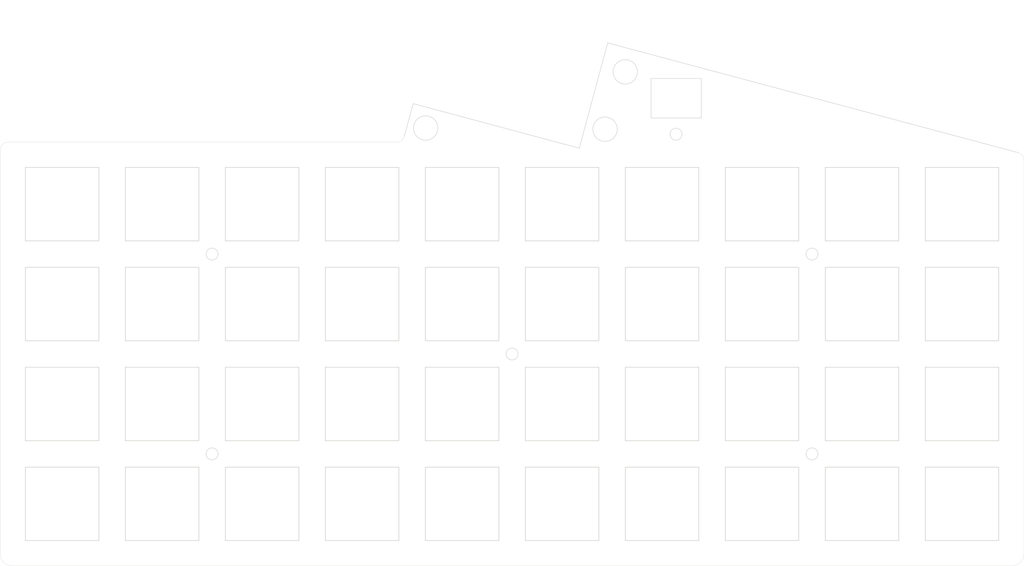
<source format=kicad_pcb>
(kicad_pcb (version 20211014) (generator pcbnew)
  (layers (0 "F.Cu" signal) (31 "B.Cu" signal) (34 "B.Paste" user) (35 "F.Paste" user) (36 "B.SilkS" user "B.Silkscreen") (37 "F.SilkS" user "F.Silkscreen") (38 "B.Mask" user) (39 "F.Mask" user) (44 "Edge.Cuts" user))
  (net 0 "")
  (footprint "Personaal:Switch Hole" (layer "F.Cu") (at 61.5315 131.2926)
    (fp_text reference "K1" hide)
    (fp_text value "KEYSW" hide)
    (fp_line (start -7 -7) (end 7 -7) (layer "Edge.Cuts") (width 0.12))
    (fp_line (start 7 -7) (end 7 7) (layer "Edge.Cuts") (width 0.12))
    (fp_line (start 7 7) (end -7 7) (layer "Edge.Cuts") (width 0.12))
    (fp_line (start -7 7) (end -7 -7) (layer "Edge.Cuts") (width 0.12))
  )
  (footprint "Personaal:Switch Hole" (layer "F.Cu") (at 156.7815 93.1926)
    (fp_text reference "K23" hide)
    (fp_text value "KEYSW" hide)
    (fp_line (start 7 7) (end -7 7) (layer "Edge.Cuts") (width 0.12))
    (fp_line (start -7 -7) (end 7 -7) (layer "Edge.Cuts") (width 0.12))
    (fp_line (start -7 7) (end -7 -7) (layer "Edge.Cuts") (width 0.12))
    (fp_line (start 7 -7) (end 7 7) (layer "Edge.Cuts") (width 0.12))
  )
  (footprint "Personaal:Switch Hole" (layer "F.Cu") (at 213.931501 93.1926)
    (fp_text reference "K35" hide)
    (fp_text value "KEYSW" hide)
    (fp_line (start -7 7) (end -7 -7) (layer "Edge.Cuts") (width 0.12))
    (fp_line (start 7 7) (end -7 7) (layer "Edge.Cuts") (width 0.12))
    (fp_line (start 7 -7) (end 7 7) (layer "Edge.Cuts") (width 0.12))
    (fp_line (start -7 -7) (end 7 -7) (layer "Edge.Cuts") (width 0.12))
  )
  (footprint "Personaal:Switch Hole" (layer "F.Cu") (at 118.6815 74.1426)
    (fp_text reference "K16" hide)
    (fp_text value "KEYSW" hide)
    (fp_line (start -7 -7) (end 7 -7) (layer "Edge.Cuts") (width 0.12))
    (fp_line (start -7 7) (end -7 -7) (layer "Edge.Cuts") (width 0.12))
    (fp_line (start 7 7) (end -7 7) (layer "Edge.Cuts") (width 0.12))
    (fp_line (start 7 -7) (end 7 7) (layer "Edge.Cuts") (width 0.12))
  )
  (footprint "Personaal:Switch Hole" (layer "F.Cu") (at 118.6815 93.1926)
    (fp_text reference "K15" hide)
    (fp_text value "KEYSW" hide)
    (fp_line (start 7 -7) (end 7 7) (layer "Edge.Cuts") (width 0.12))
    (fp_line (start -7 7) (end -7 -7) (layer "Edge.Cuts") (width 0.12))
    (fp_line (start -7 -7) (end 7 -7) (layer "Edge.Cuts") (width 0.12))
    (fp_line (start 7 7) (end -7 7) (layer "Edge.Cuts") (width 0.12))
  )
  (footprint "Personaal:Switch Hole" (layer "F.Cu") (at 194.881499 93.1926)
    (fp_text reference "K31" hide)
    (fp_text value "KEYSW" hide)
    (fp_line (start -7 7) (end -7 -7) (layer "Edge.Cuts") (width 0.12))
    (fp_line (start 7 7) (end -7 7) (layer "Edge.Cuts") (width 0.12))
    (fp_line (start 7 -7) (end 7 7) (layer "Edge.Cuts") (width 0.12))
    (fp_line (start -7 -7) (end 7 -7) (layer "Edge.Cuts") (width 0.12))
  )
  (footprint "Personaal:Switch Hole" (layer "F.Cu") (at 61.5315 74.1426)
    (fp_text reference "K4" hide)
    (fp_text value "KEYSW" hide)
    (fp_line (start -7 7) (end -7 -7) (layer "Edge.Cuts") (width 0.12))
    (fp_line (start 7 7) (end -7 7) (layer "Edge.Cuts") (width 0.12))
    (fp_line (start 7 -7) (end 7 7) (layer "Edge.Cuts") (width 0.12))
    (fp_line (start -7 -7) (end 7 -7) (layer "Edge.Cuts") (width 0.12))
  )
  (footprint "Personaal:Switch Hole" (layer "F.Cu") (at 137.7315 93.1926)
    (fp_text reference "K19" hide)
    (fp_text value "KEYSW" hide)
    (fp_line (start 7 -7) (end 7 7) (layer "Edge.Cuts") (width 0.12))
    (fp_line (start -7 -7) (end 7 -7) (layer "Edge.Cuts") (width 0.12))
    (fp_line (start -7 7) (end -7 -7) (layer "Edge.Cuts") (width 0.12))
    (fp_line (start 7 7) (end -7 7) (layer "Edge.Cuts") (width 0.12))
  )
  (footprint "Personaal:Switch Hole" (layer "F.Cu") (at 232.9815 112.2426)
    (fp_text reference "K38" hide)
    (fp_text value "KEYSW" hide)
    (fp_line (start -7 -7) (end 7 -7) (layer "Edge.Cuts") (width 0.12))
    (fp_line (start -7 7) (end -7 -7) (layer "Edge.Cuts") (width 0.12))
    (fp_line (start 7 -7) (end 7 7) (layer "Edge.Cuts") (width 0.12))
    (fp_line (start 7 7) (end -7 7) (layer "Edge.Cuts") (width 0.12))
  )
  (footprint "Personaal:Switch Hole" (layer "F.Cu") (at 99.6315 112.242601)
    (fp_text reference "K10" hide)
    (fp_text value "KEYSW" hide)
    (fp_line (start -7 -7) (end 7 -7) (layer "Edge.Cuts") (width 0.12))
    (fp_line (start 7 -7) (end 7 7) (layer "Edge.Cuts") (width 0.12))
    (fp_line (start 7 7) (end -7 7) (layer "Edge.Cuts") (width 0.12))
    (fp_line (start -7 7) (end -7 -7) (layer "Edge.Cuts") (width 0.12))
  )
  (footprint "Personaal:Switch Hole" (layer "F.Cu") (at 80.5815 112.242601)
    (fp_text reference "K6" hide)
    (fp_text value "KEYSW" hide)
    (fp_line (start 7 -7) (end 7 7) (layer "Edge.Cuts") (width 0.12))
    (fp_line (start -7 7) (end -7 -7) (layer "Edge.Cuts") (width 0.12))
    (fp_line (start 7 7) (end -7 7) (layer "Edge.Cuts") (width 0.12))
    (fp_line (start -7 -7) (end 7 -7) (layer "Edge.Cuts") (width 0.12))
  )
  (footprint "Personaal:Switch Hole" (layer "F.Cu") (at 80.5815 74.1426)
    (fp_text reference "K8" hide)
    (fp_text value "KEYSW" hide)
    (fp_line (start -7 7) (end -7 -7) (layer "Edge.Cuts") (width 0.12))
    (fp_line (start -7 -7) (end 7 -7) (layer "Edge.Cuts") (width 0.12))
    (fp_line (start 7 7) (end -7 7) (layer "Edge.Cuts") (width 0.12))
    (fp_line (start 7 -7) (end 7 7) (layer "Edge.Cuts") (width 0.12))
  )
  (footprint "Personaal:Switch Hole" (layer "F.Cu") (at 213.9315 74.1426)
    (fp_text reference "K36" hide)
    (fp_text value "KEYSW" hide)
    (fp_line (start 7 -7) (end 7 7) (layer "Edge.Cuts") (width 0.12))
    (fp_line (start -7 -7) (end 7 -7) (layer "Edge.Cuts") (width 0.12))
    (fp_line (start 7 7) (end -7 7) (layer "Edge.Cuts") (width 0.12))
    (fp_line (start -7 7) (end -7 -7) (layer "Edge.Cuts") (width 0.12))
  )
  (footprint "Personaal:Switch Hole" (layer "F.Cu") (at 175.8315 74.1426)
    (fp_text reference "K28" hide)
    (fp_text value "KEYSW" hide)
    (fp_line (start 7 -7) (end 7 7) (layer "Edge.Cuts") (width 0.12))
    (fp_line (start -7 7) (end -7 -7) (layer "Edge.Cuts") (width 0.12))
    (fp_line (start -7 -7) (end 7 -7) (layer "Edge.Cuts") (width 0.12))
    (fp_line (start 7 7) (end -7 7) (layer "Edge.Cuts") (width 0.12))
  )
  (footprint "Personaal:Switch Hole" (layer "F.Cu") (at 156.7815 131.2926)
    (fp_text reference "K21" hide)
    (fp_text value "KEYSW" hide)
    (fp_line (start 7 7) (end -7 7) (layer "Edge.Cuts") (width 0.12))
    (fp_line (start 7 -7) (end 7 7) (layer "Edge.Cuts") (width 0.12))
    (fp_line (start -7 7) (end -7 -7) (layer "Edge.Cuts") (width 0.12))
    (fp_line (start -7 -7) (end 7 -7) (layer "Edge.Cuts") (width 0.12))
  )
  (footprint "Personaal:Switch Hole" (layer "F.Cu") (at 137.7315 74.1426)
    (fp_text reference "K20" hide)
    (fp_text value "KEYSW" hide)
    (fp_line (start -7 -7) (end 7 -7) (layer "Edge.Cuts") (width 0.12))
    (fp_line (start 7 -7) (end 7 7) (layer "Edge.Cuts") (width 0.12))
    (fp_line (start -7 7) (end -7 -7) (layer "Edge.Cuts") (width 0.12))
    (fp_line (start 7 7) (end -7 7) (layer "Edge.Cuts") (width 0.12))
  )
  (footprint "Personaal:Switch Hole" (layer "F.Cu") (at 99.6315 74.1426)
    (fp_text reference "K12" hide)
    (fp_text value "KEYSW" hide)
    (fp_line (start -7 -7) (end 7 -7) (layer "Edge.Cuts") (width 0.12))
    (fp_line (start 7 7) (end -7 7) (layer "Edge.Cuts") (width 0.12))
    (fp_line (start -7 7) (end -7 -7) (layer "Edge.Cuts") (width 0.12))
    (fp_line (start 7 -7) (end 7 7) (layer "Edge.Cuts") (width 0.12))
  )
  (footprint "Personaal:Switch Hole" (layer "F.Cu") (at 118.6815 131.2926)
    (fp_text reference "K13" hide)
    (fp_text value "KEYSW" hide)
    (fp_line (start 7 7) (end -7 7) (layer "Edge.Cuts") (width 0.12))
    (fp_line (start -7 7) (end -7 -7) (layer "Edge.Cuts") (width 0.12))
    (fp_line (start 7 -7) (end 7 7) (layer "Edge.Cuts") (width 0.12))
    (fp_line (start -7 -7) (end 7 -7) (layer "Edge.Cuts") (width 0.12))
  )
  (footprint "Personaal:Switch Hole" (layer "F.Cu") (at 156.7815 74.1426)
    (fp_text reference "K24" hide)
    (fp_text value "KEYSW" hide)
    (fp_line (start -7 -7) (end 7 -7) (layer "Edge.Cuts") (width 0.12))
    (fp_line (start -7 7) (end -7 -7) (layer "Edge.Cuts") (width 0.12))
    (fp_line (start 7 7) (end -7 7) (layer "Edge.Cuts") (width 0.12))
    (fp_line (start 7 -7) (end 7 7) (layer "Edge.Cuts") (width 0.12))
  )
  (footprint "Personaal:Switch Hole" (layer "F.Cu") (at 137.7315 131.2926)
    (fp_text reference "K17" hide)
    (fp_text value "KEYSW" hide)
    (fp_line (start 7 7) (end -7 7) (layer "Edge.Cuts") (width 0.12))
    (fp_line (start -7 -7) (end 7 -7) (layer "Edge.Cuts") (width 0.12))
    (fp_line (start 7 -7) (end 7 7) (layer "Edge.Cuts") (width 0.12))
    (fp_line (start -7 7) (end -7 -7) (layer "Edge.Cuts") (width 0.12))
  )
  (footprint "Personaal:Switch Hole" (layer "F.Cu") (at 80.581499 93.1926)
    (fp_text reference "K7" hide)
    (fp_text value "KEYSW" hide)
    (fp_line (start 7 7) (end -7 7) (layer "Edge.Cuts") (width 0.12))
    (fp_line (start -7 7) (end -7 -7) (layer "Edge.Cuts") (width 0.12))
    (fp_line (start 7 -7) (end 7 7) (layer "Edge.Cuts") (width 0.12))
    (fp_line (start -7 -7) (end 7 -7) (layer "Edge.Cuts") (width 0.12))
  )
  (footprint "Personaal:Switch Hole" (layer "F.Cu") (at 61.5315 93.1926)
    (fp_text reference "K3" hide)
    (fp_text value "KEYSW" hide)
    (fp_line (start -7 7) (end -7 -7) (layer "Edge.Cuts") (width 0.12))
    (fp_line (start 7 7) (end -7 7) (layer "Edge.Cuts") (width 0.12))
    (fp_line (start 7 -7) (end 7 7) (layer "Edge.Cuts") (width 0.12))
    (fp_line (start -7 -7) (end 7 -7) (layer "Edge.Cuts") (width 0.12))
  )
  (footprint "Personaal:Switch Hole" (layer "F.Cu") (at 194.8815 112.242601)
    (fp_text reference "K30" hide)
    (fp_text value "KEYSW" hide)
    (fp_line (start -7 -7) (end 7 -7) (layer "Edge.Cuts") (width 0.12))
    (fp_line (start 7 7) (end -7 7) (layer "Edge.Cuts") (width 0.12))
    (fp_line (start 7 -7) (end 7 7) (layer "Edge.Cuts") (width 0.12))
    (fp_line (start -7 7) (end -7 -7) (layer "Edge.Cuts") (width 0.12))
  )
  (footprint "Personaal:Switch Hole" (layer "F.Cu") (at 175.8315 131.2926)
    (fp_text reference "K25" hide)
    (fp_text value "KEYSW" hide)
    (fp_line (start 7 -7) (end 7 7) (layer "Edge.Cuts") (width 0.12))
    (fp_line (start -7 -7) (end 7 -7) (layer "Edge.Cuts") (width 0.12))
    (fp_line (start 7 7) (end -7 7) (layer "Edge.Cuts") (width 0.12))
    (fp_line (start -7 7) (end -7 -7) (layer "Edge.Cuts") (width 0.12))
  )
  (footprint "Personaal:Switch Hole" (layer "F.Cu") (at 80.5815 131.2926)
    (fp_text reference "K5" hide)
    (fp_text value "KEYSW" hide)
    (fp_line (start -7 7) (end -7 -7) (layer "Edge.Cuts") (width 0.12))
    (fp_line (start 7 -7) (end 7 7) (layer "Edge.Cuts") (width 0.12))
    (fp_line (start -7 -7) (end 7 -7) (layer "Edge.Cuts") (width 0.12))
    (fp_line (start 7 7) (end -7 7) (layer "Edge.Cuts") (width 0.12))
  )
  (footprint "Personaal:Switch Hole" (layer "F.Cu") (at 213.9315 112.242601)
    (fp_text reference "K34" hide)
    (fp_text value "KEYSW" hide)
    (fp_line (start 7 7) (end -7 7) (layer "Edge.Cuts") (width 0.12))
    (fp_line (start -7 -7) (end 7 -7) (layer "Edge.Cuts") (width 0.12))
    (fp_line (start 7 -7) (end 7 7) (layer "Edge.Cuts") (width 0.12))
    (fp_line (start -7 7) (end -7 -7) (layer "Edge.Cuts") (width 0.12))
  )
  (footprint "Personaal:Switch Hole" (layer "F.Cu") (at 194.8815 131.2926)
    (fp_text reference "K29" hide)
    (fp_text value "KEYSW" hide)
    (fp_line (start -7 7) (end -7 -7) (layer "Edge.Cuts") (width 0.12))
    (fp_line (start -7 -7) (end 7 -7) (layer "Edge.Cuts") (width 0.12))
    (fp_line (start 7 -7) (end 7 7) (layer "Edge.Cuts") (width 0.12))
    (fp_line (start 7 7) (end -7 7) (layer "Edge.Cuts") (width 0.12))
  )
  (footprint "Personaal:Switch Hole" (layer "F.Cu") (at 232.9815 131.2926)
    (fp_text reference "K37" hide)
    (fp_text value "KEYSW" hide)
    (fp_line (start -7 7) (end -7 -7) (layer "Edge.Cuts") (width 0.12))
    (fp_line (start 7 7) (end -7 7) (layer "Edge.Cuts") (width 0.12))
    (fp_line (start -7 -7) (end 7 -7) (layer "Edge.Cuts") (width 0.12))
    (fp_line (start 7 -7) (end 7 7) (layer "Edge.Cuts") (width 0.12))
  )
  (footprint "Personaal:Switch Hole" (layer "F.Cu") (at 232.9815 74.1426)
    (fp_text reference "K40" hide)
    (fp_text value "KEYSW" hide)
    (fp_line (start -7 7) (end -7 -7) (layer "Edge.Cuts") (width 0.12))
    (fp_line (start 7 7) (end -7 7) (layer "Edge.Cuts") (width 0.12))
    (fp_line (start 7 -7) (end 7 7) (layer "Edge.Cuts") (width 0.12))
    (fp_line (start -7 -7) (end 7 -7) (layer "Edge.Cuts") (width 0.12))
  )
  (footprint "Personaal:Switch Hole" (layer "F.Cu") (at 175.8315 93.1926)
    (fp_text reference "K27" hide)
    (fp_text value "KEYSW" hide)
    (fp_line (start -7 -7) (end 7 -7) (layer "Edge.Cuts") (width 0.12))
    (fp_line (start -7 7) (end -7 -7) (layer "Edge.Cuts") (width 0.12))
    (fp_line (start 7 7) (end -7 7) (layer "Edge.Cuts") (width 0.12))
    (fp_line (start 7 -7) (end 7 7) (layer "Edge.Cuts") (width 0.12))
  )
  (footprint "Personaal:Switch Hole" (layer "F.Cu") (at 156.7815 112.2426)
    (fp_text reference "K22" hide)
    (fp_text value "KEYSW" hide)
    (fp_line (start 7 7) (end -7 7) (layer "Edge.Cuts") (width 0.12))
    (fp_line (start 7 -7) (end 7 7) (layer "Edge.Cuts") (width 0.12))
    (fp_line (start -7 -7) (end 7 -7) (layer "Edge.Cuts") (width 0.12))
    (fp_line (start -7 7) (end -7 -7) (layer "Edge.Cuts") (width 0.12))
  )
  (footprint "Personaal:Switch Hole" (layer "F.Cu") (at 99.631501 93.1926)
    (fp_text reference "K11" hide)
    (fp_text value "KEYSW" hide)
    (fp_line (start -7 7) (end -7 -7) (layer "Edge.Cuts") (width 0.12))
    (fp_line (start 7 -7) (end 7 7) (layer "Edge.Cuts") (width 0.12))
    (fp_line (start -7 -7) (end 7 -7) (layer "Edge.Cuts") (width 0.12))
    (fp_line (start 7 7) (end -7 7) (layer "Edge.Cuts") (width 0.12))
  )
  (footprint "Personaal:Switch Hole" (layer "F.Cu") (at 137.7315 112.2426)
    (fp_text reference "K18" hide)
    (fp_text value "KEYSW" hide)
    (fp_line (start -7 7) (end -7 -7) (layer "Edge.Cuts") (width 0.12))
    (fp_line (start -7 -7) (end 7 -7) (layer "Edge.Cuts") (width 0.12))
    (fp_line (start 7 7) (end -7 7) (layer "Edge.Cuts") (width 0.12))
    (fp_line (start 7 -7) (end 7 7) (layer "Edge.Cuts") (width 0.12))
  )
  (footprint "Personaal:Switch Hole" (layer "F.Cu") (at 99.6315 131.2926)
    (fp_text reference "K9" hide)
    (fp_text value "KEYSW" hide)
    (fp_line (start -7 7) (end -7 -7) (layer "Edge.Cuts") (width 0.12))
    (fp_line (start 7 7) (end -7 7) (layer "Edge.Cuts") (width 0.12))
    (fp_line (start -7 -7) (end 7 -7) (layer "Edge.Cuts") (width 0.12))
    (fp_line (start 7 -7) (end 7 7) (layer "Edge.Cuts") (width 0.12))
  )
  (footprint "Personaal:Switch Hole" (layer "F.Cu") (at 232.9815 93.1926)
    (fp_text reference "K39" hide)
    (fp_text value "KEYSW" hide)
    (fp_line (start -7 -7) (end 7 -7) (layer "Edge.Cuts") (width 0.12))
    (fp_line (start 7 -7) (end 7 7) (layer "Edge.Cuts") (width 0.12))
    (fp_line (start 7 7) (end -7 7) (layer "Edge.Cuts") (width 0.12))
    (fp_line (start -7 7) (end -7 -7) (layer "Edge.Cuts") (width 0.12))
  )
  (footprint "Personaal:Switch Hole" (layer "F.Cu") (at 118.6815 112.2426)
    (fp_text reference "K14" hide)
    (fp_text value "KEYSW" hide)
    (fp_line (start 7 7) (end -7 7) (layer "Edge.Cuts") (width 0.12))
    (fp_line (start -7 7) (end -7 -7) (layer "Edge.Cuts") (width 0.12))
    (fp_line (start -7 -7) (end 7 -7) (layer "Edge.Cuts") (width 0.12))
    (fp_line (start 7 -7) (end 7 7) (layer "Edge.Cuts") (width 0.12))
  )
  (footprint "Personaal:Switch Hole" (layer "F.Cu") (at 175.8315 112.2426)
    (fp_text reference "K26" hide)
    (fp_text value "KEYSW" hide)
    (fp_line (start -7 -7) (end 7 -7) (layer "Edge.Cuts") (width 0.12))
    (fp_line (start -7 7) (end -7 -7) (layer "Edge.Cuts") (width 0.12))
    (fp_line (start 7 7) (end -7 7) (layer "Edge.Cuts") (width 0.12))
    (fp_line (start 7 -7) (end 7 7) (layer "Edge.Cuts") (width 0.12))
  )
  (footprint "Personaal:Switch Hole" (layer "F.Cu") (at 61.5315 112.2426)
    (fp_text reference "K2" hide)
    (fp_text value "KEYSW" hide)
    (fp_line (start 7 -7) (end 7 7) (layer "Edge.Cuts") (width 0.12))
    (fp_line (start -7 7) (end -7 -7) (layer "Edge.Cuts") (width 0.12))
    (fp_line (start 7 7) (end -7 7) (layer "Edge.Cuts") (width 0.12))
    (fp_line (start -7 -7) (end 7 -7) (layer "Edge.Cuts") (width 0.12))
  )
  (footprint "Personaal:Switch Hole" (layer "F.Cu") (at 213.9315 131.2926)
    (fp_text reference "K33" hide)
    (fp_text value "KEYSW" hide)
    (fp_line (start -7 -7) (end 7 -7) (layer "Edge.Cuts") (width 0.12))
    (fp_line (start 7 -7) (end 7 7) (layer "Edge.Cuts") (width 0.12))
    (fp_line (start -7 7) (end -7 -7) (layer "Edge.Cuts") (width 0.12))
    (fp_line (start 7 7) (end -7 7) (layer "Edge.Cuts") (width 0.12))
  )
  (footprint "Personaal:Switch Hole" (layer "F.Cu") (at 194.8815 74.1426)
    (fp_text reference "K32" hide)
    (fp_text value "KEYSW" hide)
    (fp_line (start 7 7) (end -7 7) (layer "Edge.Cuts") (width 0.12))
    (fp_line (start -7 -7) (end 7 -7) (layer "Edge.Cuts") (width 0.12))
    (fp_line (start -7 7) (end -7 -7) (layer "Edge.Cuts") (width 0.12))
    (fp_line (start 7 -7) (end 7 7) (layer "Edge.Cuts") (width 0.12))
  )
  (gr_line (start 165.4683 43.3959) (end 243.64985 64.311444) (layer "Edge.Cuts") (width 0.1))
  (gr_circle (center 164.973 59.8551) (end 167.2971 59.8551) (layer "Edge.Cuts") (width 0.1) (fill none))
  (gr_line (start 173.736 50.1777) (end 173.736 57.7215) (layer "Edge.Cuts") (width 0.1))
  (gr_line (start 160.0581 63.5127) (end 165.4683 43.3959) (layer "Edge.Cuts") (width 0.1))
  (gr_line (start 242.5065 143.1036) (end 52.0065 143.1036) (layer "Edge.Cuts") (width 0.05))
  (gr_arc (start 244.7925 140.8176) (mid 244.122946 142.434046) (end 242.5065 143.1036) (layer "Edge.Cuts") (width 0.05))
  (gr_circle (center 130.7973 59.6265) (end 133.1214 59.6265) (layer "Edge.Cuts") (width 0.1) (fill none))
  (gr_circle (center 90.1065 121.7676) (end 91.2495 121.7676) (layer "Edge.Cuts") (width 0.1) (fill none))
  (gr_line (start 49.7205 140.8176) (end 49.7205 64.6176) (layer "Edge.Cuts") (width 0.05))
  (gr_circle (center 90.1065 83.6676) (end 91.2495 83.6676) (layer "Edge.Cuts") (width 0.1) (fill none))
  (gr_circle (center 147.2565 102.7176) (end 148.3995 102.7176) (layer "Edge.Cuts") (width 0.1) (fill none))
  (gr_line (start 183.2991 50.1777) (end 173.736 50.1777) (layer "Edge.Cuts") (width 0.1))
  (gr_line (start 183.2991 57.7215) (end 183.2991 50.1777) (layer "Edge.Cuts") (width 0.1))
  (gr_circle (center 168.8211 48.9204) (end 171.1452 48.9204) (layer "Edge.Cuts") (width 0.1) (fill none))
  (gr_line (start 52.0065 62.3316) (end 51.2445 62.3316) (layer "Edge.Cuts") (width 0.05))
  (gr_circle (center 204.4065 121.7676) (end 205.5495 121.7676) (layer "Edge.Cuts") (width 0.1) (fill none))
  (gr_arc (start 243.64985 64.311444) (mid 244.47704 64.858493) (end 244.792499 65.7987) (layer "Edge.Cuts") (width 0.05))
  (gr_line (start 49.7205 63.8556) (end 49.7205 64.6176) (layer "Edge.Cuts") (width 0.05))
  (gr_line (start 121.4628 62.3316) (end 125.2347 62.3316) (layer "Edge.Cuts") (width 0.05))
  (gr_line (start 160.0581 63.4746) (end 128.4351 54.9783) (layer "Edge.Cuts") (width 0.1))
  (gr_arc (start 126.718819 61.202041) (mid 126.1745 62.016668) (end 125.24675 62.3316) (layer "Edge.Cuts") (width 0.05))
  (gr_arc (start 49.7205 63.8556) (mid 50.166869 62.777969) (end 51.2445 62.3316) (layer "Edge.Cuts") (width 0.05))
  (gr_line (start 126.718819 61.202041) (end 128.4351 54.9783) (layer "Edge.Cuts") (width 0.1))
  (gr_line (start 244.792499 65.7987) (end 244.7925 140.8176) (layer "Edge.Cuts") (width 0.05))
  (gr_line (start 52.0065 62.3316) (end 121.4628 62.3316) (layer "Edge.Cuts") (width 0.05))
  (gr_circle (center 204.4065 83.6676) (end 205.5495 83.6676) (layer "Edge.Cuts") (width 0.1) (fill none))
  (gr_line (start 173.736 57.7215) (end 183.2991 57.7215) (layer "Edge.Cuts") (width 0.1))
  (gr_circle (center 178.4985 60.8076) (end 179.6415 60.8076) (layer "Edge.Cuts") (width 0.1) (fill none))
  (gr_arc (start 52.0065 143.1036) (mid 50.390054 142.434046) (end 49.7205 140.8176) (layer "Edge.Cuts") (width 0.05))
)
</source>
